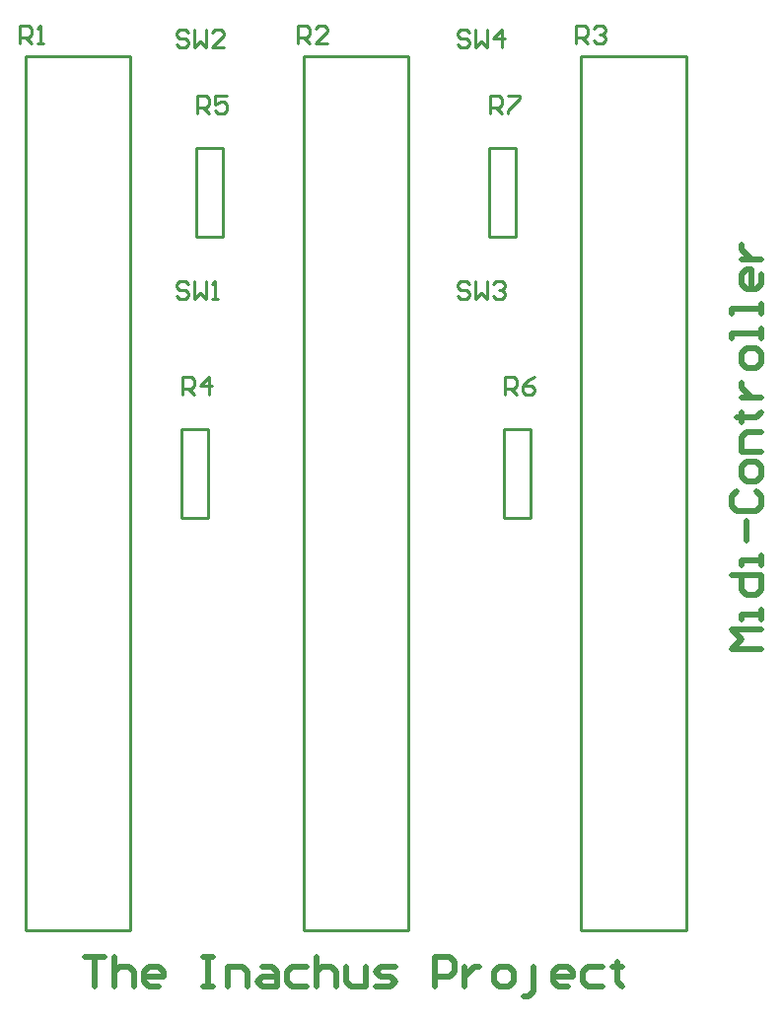
<source format=gto>
G04 Layer_Color=15132400*
%FSLAX25Y25*%
%MOIN*%
G70*
G01*
G75*
%ADD10C,0.02000*%
%ADD11C,0.01000*%
D10*
X60500Y18997D02*
X67164D01*
X63832D01*
Y9000D01*
X70497Y18997D02*
Y9000D01*
Y13998D01*
X72163Y15664D01*
X75495D01*
X77161Y13998D01*
Y9000D01*
X85492D02*
X82160D01*
X80493Y10666D01*
Y13998D01*
X82160Y15664D01*
X85492D01*
X87158Y13998D01*
Y12332D01*
X80493D01*
X100487Y18997D02*
X103819D01*
X102153D01*
Y9000D01*
X100487D01*
X103819D01*
X108818D02*
Y15664D01*
X113816D01*
X115482Y13998D01*
Y9000D01*
X120481Y15664D02*
X123813D01*
X125479Y13998D01*
Y9000D01*
X120481D01*
X118815Y10666D01*
X120481Y12332D01*
X125479D01*
X135476Y15664D02*
X130477D01*
X128811Y13998D01*
Y10666D01*
X130477Y9000D01*
X135476D01*
X138808Y18997D02*
Y9000D01*
Y13998D01*
X140474Y15664D01*
X143806D01*
X145473Y13998D01*
Y9000D01*
X148805Y15664D02*
Y10666D01*
X150471Y9000D01*
X155469D01*
Y15664D01*
X158802Y9000D02*
X163800D01*
X165466Y10666D01*
X163800Y12332D01*
X160468D01*
X158802Y13998D01*
X160468Y15664D01*
X165466D01*
X178795Y9000D02*
Y18997D01*
X183793D01*
X185460Y17331D01*
Y13998D01*
X183793Y12332D01*
X178795D01*
X188792Y15664D02*
Y9000D01*
Y12332D01*
X190458Y13998D01*
X192124Y15664D01*
X193790D01*
X200455Y9000D02*
X203787D01*
X205453Y10666D01*
Y13998D01*
X203787Y15664D01*
X200455D01*
X198789Y13998D01*
Y10666D01*
X200455Y9000D01*
X208785Y5668D02*
X210452D01*
X212118Y7334D01*
Y15664D01*
X223781Y9000D02*
X220448D01*
X218782Y10666D01*
Y13998D01*
X220448Y15664D01*
X223781D01*
X225447Y13998D01*
Y12332D01*
X218782D01*
X235443Y15664D02*
X230445D01*
X228779Y13998D01*
Y10666D01*
X230445Y9000D01*
X235443D01*
X240442Y17331D02*
Y15664D01*
X238776D01*
X242108D01*
X240442D01*
Y10666D01*
X242108Y9000D01*
X289000Y123000D02*
X279003D01*
X282335Y126332D01*
X279003Y129665D01*
X289000D01*
Y132997D02*
Y136329D01*
Y134663D01*
X282335D01*
Y132997D01*
X279003Y147992D02*
X289000D01*
Y142993D01*
X287334Y141327D01*
X284002D01*
X282335Y142993D01*
Y147992D01*
X289000Y151324D02*
Y154656D01*
Y152990D01*
X282335D01*
Y151324D01*
X284002Y159655D02*
Y166319D01*
X280669Y176316D02*
X279003Y174650D01*
Y171318D01*
X280669Y169652D01*
X287334D01*
X289000Y171318D01*
Y174650D01*
X287334Y176316D01*
X289000Y181315D02*
Y184647D01*
X287334Y186313D01*
X284002D01*
X282335Y184647D01*
Y181315D01*
X284002Y179648D01*
X287334D01*
X289000Y181315D01*
Y189645D02*
X282335D01*
Y194643D01*
X284002Y196310D01*
X289000D01*
X280669Y201308D02*
X282335D01*
Y199642D01*
Y202974D01*
Y201308D01*
X287334D01*
X289000Y202974D01*
X282335Y207973D02*
X289000D01*
X285668D01*
X284002Y209639D01*
X282335Y211305D01*
Y212971D01*
X289000Y219635D02*
Y222968D01*
X287334Y224634D01*
X284002D01*
X282335Y222968D01*
Y219635D01*
X284002Y217969D01*
X287334D01*
X289000Y219635D01*
Y227966D02*
Y231298D01*
Y229632D01*
X279003D01*
Y227966D01*
X289000Y236297D02*
Y239629D01*
Y237963D01*
X279003D01*
Y236297D01*
X289000Y249626D02*
Y246293D01*
X287334Y244627D01*
X284002D01*
X282335Y246293D01*
Y249626D01*
X284002Y251292D01*
X285668D01*
Y244627D01*
X282335Y254624D02*
X289000D01*
X285668D01*
X284002Y256290D01*
X282335Y257956D01*
Y259623D01*
D11*
X93000Y167500D02*
Y197500D01*
X102225D01*
Y167500D02*
Y197500D01*
X93000Y167500D02*
X102225D01*
X98000Y262500D02*
Y292500D01*
X107225D01*
Y262500D02*
Y292500D01*
X98000Y262500D02*
X107225D01*
X202000Y167500D02*
Y197500D01*
X211225D01*
Y167500D02*
Y197500D01*
X202000Y167500D02*
X211225D01*
X197000Y262500D02*
Y292500D01*
X206225D01*
Y262500D02*
Y292500D01*
X197000Y262500D02*
X206225D01*
X228244Y28232D02*
Y323508D01*
X263677D01*
Y28232D02*
Y323508D01*
X228244Y28232D02*
X263677D01*
X134303D02*
Y323508D01*
X169736D01*
Y28232D02*
Y323508D01*
X134303Y28232D02*
X169736D01*
X40362D02*
Y323508D01*
X75795D01*
Y28232D02*
Y323508D01*
X40362Y28232D02*
X75795D01*
X197500Y304200D02*
Y310198D01*
X200499D01*
X201499Y309198D01*
Y307199D01*
X200499Y306199D01*
X197500D01*
X199499D02*
X201499Y304200D01*
X203498Y310198D02*
X207497D01*
Y309198D01*
X203498Y305200D01*
Y304200D01*
X202500Y209200D02*
Y215198D01*
X205499D01*
X206499Y214198D01*
Y212199D01*
X205499Y211199D01*
X202500D01*
X204499D02*
X206499Y209200D01*
X212497Y215198D02*
X210497Y214198D01*
X208498Y212199D01*
Y210200D01*
X209498Y209200D01*
X211497D01*
X212497Y210200D01*
Y211199D01*
X211497Y212199D01*
X208498D01*
X98500Y304200D02*
Y310198D01*
X101499D01*
X102499Y309198D01*
Y307199D01*
X101499Y306199D01*
X98500D01*
X100499D02*
X102499Y304200D01*
X108497Y310198D02*
X104498D01*
Y307199D01*
X106497Y308199D01*
X107497D01*
X108497Y307199D01*
Y305200D01*
X107497Y304200D01*
X105498D01*
X104498Y305200D01*
X93500Y209200D02*
Y215198D01*
X96499D01*
X97499Y214198D01*
Y212199D01*
X96499Y211199D01*
X93500D01*
X95499D02*
X97499Y209200D01*
X102497D02*
Y215198D01*
X99498Y212199D01*
X103497D01*
X38600Y327900D02*
Y333898D01*
X41599D01*
X42599Y332898D01*
Y330899D01*
X41599Y329899D01*
X38600D01*
X40599D02*
X42599Y327900D01*
X44598D02*
X46597D01*
X45598D01*
Y333898D01*
X44598Y332898D01*
X132500Y327900D02*
Y333898D01*
X135499D01*
X136499Y332898D01*
Y330899D01*
X135499Y329899D01*
X132500D01*
X134499D02*
X136499Y327900D01*
X142497D02*
X138498D01*
X142497Y331899D01*
Y332898D01*
X141497Y333898D01*
X139498D01*
X138498Y332898D01*
X226500Y327900D02*
Y333898D01*
X229499D01*
X230499Y332898D01*
Y330899D01*
X229499Y329899D01*
X226500D01*
X228499D02*
X230499Y327900D01*
X232498Y332898D02*
X233498Y333898D01*
X235497D01*
X236497Y332898D01*
Y331899D01*
X235497Y330899D01*
X234497D01*
X235497D01*
X236497Y329899D01*
Y328900D01*
X235497Y327900D01*
X233498D01*
X232498Y328900D01*
X95599Y246398D02*
X94599Y247398D01*
X92600D01*
X91600Y246398D01*
Y245399D01*
X92600Y244399D01*
X94599D01*
X95599Y243399D01*
Y242400D01*
X94599Y241400D01*
X92600D01*
X91600Y242400D01*
X97598Y247398D02*
Y241400D01*
X99597Y243399D01*
X101597Y241400D01*
Y247398D01*
X103596Y241400D02*
X105596D01*
X104596D01*
Y247398D01*
X103596Y246398D01*
X95599Y331398D02*
X94599Y332398D01*
X92600D01*
X91600Y331398D01*
Y330399D01*
X92600Y329399D01*
X94599D01*
X95599Y328399D01*
Y327400D01*
X94599Y326400D01*
X92600D01*
X91600Y327400D01*
X97598Y332398D02*
Y326400D01*
X99597Y328399D01*
X101597Y326400D01*
Y332398D01*
X107595Y326400D02*
X103596D01*
X107595Y330399D01*
Y331398D01*
X106595Y332398D01*
X104596D01*
X103596Y331398D01*
X190599Y246398D02*
X189599Y247398D01*
X187600D01*
X186600Y246398D01*
Y245399D01*
X187600Y244399D01*
X189599D01*
X190599Y243399D01*
Y242400D01*
X189599Y241400D01*
X187600D01*
X186600Y242400D01*
X192598Y247398D02*
Y241400D01*
X194597Y243399D01*
X196597Y241400D01*
Y247398D01*
X198596Y246398D02*
X199596Y247398D01*
X201595D01*
X202595Y246398D01*
Y245399D01*
X201595Y244399D01*
X200595D01*
X201595D01*
X202595Y243399D01*
Y242400D01*
X201595Y241400D01*
X199596D01*
X198596Y242400D01*
X190599Y331398D02*
X189599Y332398D01*
X187600D01*
X186600Y331398D01*
Y330399D01*
X187600Y329399D01*
X189599D01*
X190599Y328399D01*
Y327400D01*
X189599Y326400D01*
X187600D01*
X186600Y327400D01*
X192598Y332398D02*
Y326400D01*
X194597Y328399D01*
X196597Y326400D01*
Y332398D01*
X201595Y326400D02*
Y332398D01*
X198596Y329399D01*
X202595D01*
M02*

</source>
